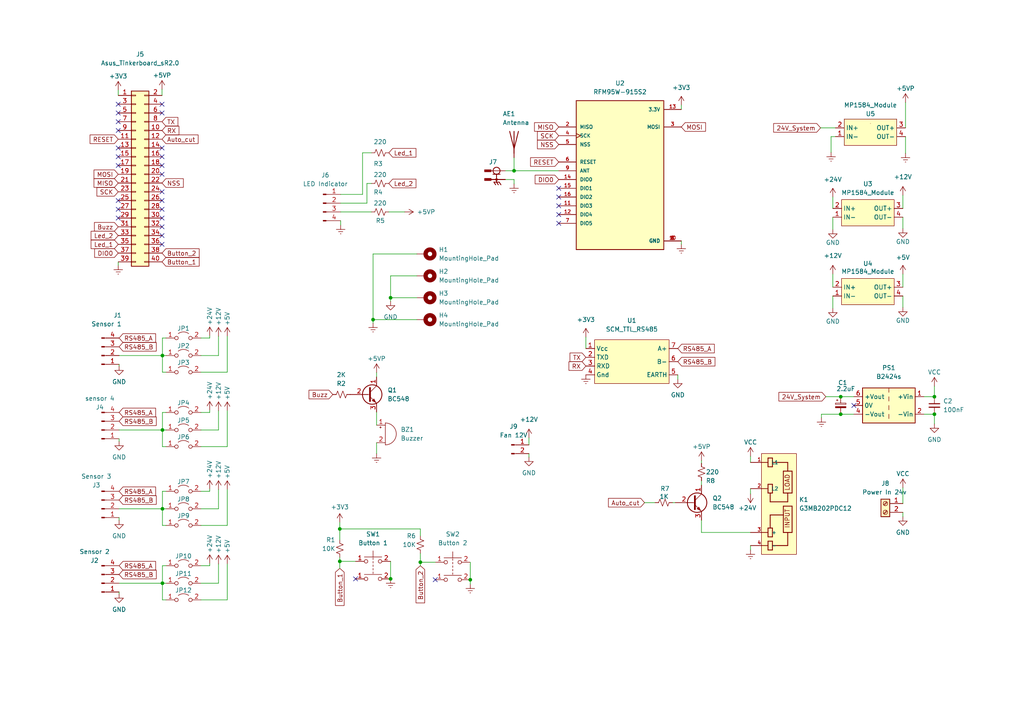
<source format=kicad_sch>
(kicad_sch (version 20211123) (generator eeschema)
  (paper "A4")
  (lib_symbols
    (symbol "CONMHF4-SMD-G-T:CONMHF4-SMD-G-T" (pin_numbers hide) (pin_names (offset 1.016) hide)
      (property "Reference" "J" (at -3.81 1.524 0))
      (property "Value" "CONMHF4-SMD-G-T" (at -4.064 -6.858 0))
      (symbol "CONMHF4-SMD-G-T_0_0"
        (pin passive line (at -2.54 0 0) (length 5.08) (name "~") (number "1"))
        (pin passive line (at -2.54 -2.54 0) (length 5.08) (name "~") (number "S1"))
        (pin passive line (at -2.54 -2.54 0) (length 5.08) (name "~") (number "S2"))
        (pin passive line (at -2.54 -2.54 0) (length 5.08) (name "~") (number "S3"))
      )
    )
    (symbol "Connector:Conn_01x02_Male" (pin_names (offset 1.016) hide)
      (property "Reference" "J" (at 0 2.54 0))
      (property "Value" "Conn_01x02_Male" (at 0 -5.08 0))
      (symbol "Conn_01x02_Male_1_1"
        (pin passive line (at 5.08 0 180) (length 3.81) (name "Pin_1") (number "1"))
        (pin passive line (at 5.08 -2.54 180) (length 3.81) (name "Pin_2") (number "2"))
      )
    )
    (symbol "Connector:Conn_01x04_Male" (pin_names (offset 1.016) hide)
      (property "Reference" "J" (at 0 5.08 0))
      (property "Value" "Conn_01x04_Male" (at 0 -7.62 0))
      (symbol "Conn_01x04_Male_1_1"
        (pin passive line (at 5.08 2.54 180) (length 3.81) (name "Pin_1") (number "1"))
        (pin passive line (at 5.08 0 180) (length 3.81) (name "Pin_2") (number "2"))
        (pin passive line (at 5.08 -2.54 180) (length 3.81) (name "Pin_3") (number "3"))
        (pin passive line (at 5.08 -5.08 180) (length 3.81) (name "Pin_4") (number "4"))
      )
    )
    (symbol "Connector:Screw_Terminal_01x02" (pin_names (offset 1.016) hide)
      (property "Reference" "J" (at 0 2.54 0))
      (property "Value" "Screw_Terminal_01x02" (at 0 -5.08 0))
      (symbol "Screw_Terminal_01x02_1_1"
        (pin passive line (at -5.08 0 0) (length 3.81) (name "Pin_1") (number "1"))
        (pin passive line (at -5.08 -2.54 0) (length 3.81) (name "Pin_2") (number "2"))
      )
    )
    (symbol "Connector_Generic:Conn_02x20_Odd_Even" (pin_names (offset 1.016) hide)
      (property "Reference" "J" (at 1.27 25.4 0))
      (property "Value" "Conn_02x20_Odd_Even" (at 1.27 -27.94 0))
      (symbol "Conn_02x20_Odd_Even_1_1"
        (pin passive line (at -5.08 22.86 0) (length 3.81) (name "Pin_1") (number "1"))
        (pin passive line (at 7.62 12.7 180) (length 3.81) (name "Pin_10") (number "10"))
        (pin passive line (at -5.08 10.16 0) (length 3.81) (name "Pin_11") (number "11"))
        (pin passive line (at 7.62 10.16 180) (length 3.81) (name "Pin_12") (number "12"))
        (pin passive line (at -5.08 7.62 0) (length 3.81) (name "Pin_13") (number "13"))
        (pin passive line (at 7.62 7.62 180) (length 3.81) (name "Pin_14") (number "14"))
        (pin passive line (at -5.08 5.08 0) (length 3.81) (name "Pin_15") (number "15"))
        (pin passive line (at 7.62 5.08 180) (length 3.81) (name "Pin_16") (number "16"))
        (pin passive line (at -5.08 2.54 0) (length 3.81) (name "Pin_17") (number "17"))
        (pin passive line (at 7.62 2.54 180) (length 3.81) (name "Pin_18") (number "18"))
        (pin passive line (at -5.08 0 0) (length 3.81) (name "Pin_19") (number "19"))
        (pin passive line (at 7.62 22.86 180) (length 3.81) (name "Pin_2") (number "2"))
        (pin passive line (at 7.62 0 180) (length 3.81) (name "Pin_20") (number "20"))
        (pin passive line (at -5.08 -2.54 0) (length 3.81) (name "Pin_21") (number "21"))
        (pin passive line (at 7.62 -2.54 180) (length 3.81) (name "Pin_22") (number "22"))
        (pin passive line (at -5.08 -5.08 0) (length 3.81) (name "Pin_23") (number "23"))
        (pin passive line (at 7.62 -5.08 180) (length 3.81) (name "Pin_24") (number "24"))
        (pin passive line (at -5.08 -7.62 0) (length 3.81) (name "Pin_25") (number "25"))
        (pin passive line (at 7.62 -7.62 180) (length 3.81) (name "Pin_26") (number "26"))
        (pin passive line (at -5.08 -10.16 0) (length 3.81) (name "Pin_27") (number "27"))
        (pin passive line (at 7.62 -10.16 180) (length 3.81) (name "Pin_28") (number "28"))
        (pin passive line (at -5.08 -12.7 0) (length 3.81) (name "Pin_29") (number "29"))
        (pin passive line (at -5.08 20.32 0) (length 3.81) (name "Pin_3") (number "3"))
        (pin passive line (at 7.62 -12.7 180) (length 3.81) (name "Pin_30") (number "30"))
        (pin passive line (at -5.08 -15.24 0) (length 3.81) (name "Pin_31") (number "31"))
        (pin passive line (at 7.62 -15.24 180) (length 3.81) (name "Pin_32") (number "32"))
        (pin passive line (at -5.08 -17.78 0) (length 3.81) (name "Pin_33") (number "33"))
        (pin passive line (at 7.62 -17.78 180) (length 3.81) (name "Pin_34") (number "34"))
        (pin passive line (at -5.08 -20.32 0) (length 3.81) (name "Pin_35") (number "35"))
        (pin passive line (at 7.62 -20.32 180) (length 3.81) (name "Pin_36") (number "36"))
        (pin passive line (at -5.08 -22.86 0) (length 3.81) (name "Pin_37") (number "37"))
        (pin passive line (at 7.62 -22.86 180) (length 3.81) (name "Pin_38") (number "38"))
        (pin passive line (at -5.08 -25.4 0) (length 3.81) (name "Pin_39") (number "39"))
        (pin passive line (at 7.62 20.32 180) (length 3.81) (name "Pin_4") (number "4"))
        (pin passive line (at 7.62 -25.4 180) (length 3.81) (name "Pin_40") (number "40"))
        (pin passive line (at -5.08 17.78 0) (length 3.81) (name "Pin_5") (number "5"))
        (pin passive line (at 7.62 17.78 180) (length 3.81) (name "Pin_6") (number "6"))
        (pin passive line (at -5.08 15.24 0) (length 3.81) (name "Pin_7") (number "7"))
        (pin passive line (at 7.62 15.24 180) (length 3.81) (name "Pin_8") (number "8"))
        (pin passive line (at -5.08 12.7 0) (length 3.81) (name "Pin_9") (number "9"))
      )
    )
    (symbol "Converter_DCDC:IH2424SH"
      (property "Reference" "PS" (at -7.62 6.35 0))
      (property "Value" "IH2424SH" (at 1.27 6.35 0))
      (symbol "IH2424SH_0_0"
        (pin power_in line (at -10.16 2.54 0) (length 2.54) (name "+Vin") (number "1"))
        (pin power_in line (at -10.16 -2.54 0) (length 2.54) (name "-Vin") (number "2"))
        (pin power_out line (at 10.16 -2.54 180) (length 2.54) (name "-Vout") (number "4"))
        (pin power_out line (at 10.16 0 180) (length 2.54) (name "0V") (number "5"))
        (pin power_out line (at 10.16 2.54 180) (length 2.54) (name "+Vout") (number "6"))
      )
    )
    (symbol "Device:Antenna" (pin_numbers hide) (pin_names (offset 1.016) hide)
      (property "Reference" "AE" (at -1.905 1.905 0))
      (property "Value" "Antenna" (at -1.905 0 0))
      (symbol "Antenna_1_1"
        (pin input line (at 0 -5.08 90) (length 2.54) (name "A") (number "1"))
      )
    )
    (symbol "Device:Buzzer" (pin_names (offset 0.0254) hide)
      (property "Reference" "BZ" (at 3.81 1.27 0))
      (property "Value" "Buzzer" (at 3.81 -1.27 0))
      (symbol "Buzzer_1_1"
        (pin passive line (at -2.54 2.54 0) (length 2.54) (name "-") (number "1"))
        (pin passive line (at -2.54 -2.54 0) (length 2.54) (name "+") (number "2"))
      )
    )
    (symbol "Device:C_Polarized_Small" (pin_numbers hide) (pin_names (offset 0.254) hide)
      (property "Reference" "C" (at 0.254 1.778 0))
      (property "Value" "C_Polarized_Small" (at 0.254 -2.032 0))
      (symbol "C_Polarized_Small_1_1"
        (pin passive line (at 0 2.54 270) (length 1.8542) (name "~") (number "1"))
        (pin passive line (at 0 -2.54 90) (length 1.8542) (name "~") (number "2"))
      )
    )
    (symbol "Device:C_Small" (pin_numbers hide) (pin_names (offset 0.254) hide)
      (property "Reference" "C" (at 0.254 1.778 0))
      (property "Value" "C_Small" (at 0.254 -2.032 0))
      (symbol "C_Small_1_1"
        (pin passive line (at 0 2.54 270) (length 2.032) (name "~") (number "1"))
        (pin passive line (at 0 -2.54 90) (length 2.032) (name "~") (number "2"))
      )
    )
    (symbol "Device:R_Small_US" (pin_numbers hide) (pin_names (offset 0.254) hide)
      (property "Reference" "R" (at 0.762 0.508 0))
      (property "Value" "R_Small_US" (at 0.762 -1.016 0))
      (symbol "R_Small_US_1_1"
        (pin passive line (at 0 2.54 270) (length 1.016) (name "~") (number "1"))
        (pin passive line (at 0 -2.54 90) (length 1.016) (name "~") (number "2"))
      )
    )
    (symbol "G3MB202PDC12:G3MB202PDC12" (pin_names (offset 1.016))
      (property "Reference" "K" (at -4.4704 5.715 0))
      (property "Value" "G3MB202PDC12" (at -4.4704 -7.0104 0))
      (symbol "G3MB202PDC12_0_0"
        (text "INPUT" (at -7.6708 -3.175 0) (effects (font (size 1.27 1.27)) (justify left bottom)))
        (text "LOAD" (at 3.175 -3.175 0) (effects (font (size 1.27 1.27)) (justify left bottom)))
        (pin power_in line (at 11.43 8.255 270) (length 5.08) (name "L1") (number "1"))
        (pin power_in line (at 3.81 8.255 270) (length 5.08) (name "L2") (number "2"))
        (pin power_in line (at -8.89 8.255 270) (length 5.08) (name "+") (number "3"))
        (pin power_in line (at -12.7 8.255 270) (length 5.08) (name "-") (number "4"))
      )
    )
    (symbol "Jumper:Jumper_2_Open" (pin_names (offset 0) hide)
      (property "Reference" "JP" (at 0 2.794 0))
      (property "Value" "Jumper_2_Open" (at 0 -2.286 0))
      (symbol "Jumper_2_Open_1_1"
        (pin passive line (at -5.08 0 0) (length 2.54) (name "A") (number "1"))
        (pin passive line (at 5.08 0 180) (length 2.54) (name "B") (number "2"))
      )
    )
    (symbol "MP1584_Module:MP1584_Module"
      (property "Reference" "U?" (at 0 8.636 0))
      (property "Value" "MP1584_Module" (at 0 6.096 0))
      (symbol "MP1584_Module_1_1"
        (pin power_in line (at -10.16 1.27 0) (length 2.54) (name "IN-") (number "1"))
        (pin power_in line (at -10.16 -1.27 0) (length 2.54) (name "IN+") (number "2"))
        (pin power_out line (at 10.16 -1.27 180) (length 2.54) (name "OUT+") (number "3"))
        (pin power_out line (at 10.16 1.27 180) (length 2.54) (name "OUT-") (number "4"))
      )
    )
    (symbol "MP1584_Module_1"
      (property "Reference" "U?" (at 0 8.636 0))
      (property "Value" "MP1584_Module" (at 0 6.096 0))
      (symbol "MP1584_Module_1_1_1"
        (pin power_in line (at -10.16 1.27 0) (length 2.54) (name "IN-") (number "1"))
        (pin power_in line (at -10.16 -1.27 0) (length 2.54) (name "IN+") (number "2"))
        (pin power_out line (at 10.16 -1.27 180) (length 2.54) (name "OUT+") (number "3"))
        (pin power_out line (at 10.16 1.27 180) (length 2.54) (name "OUT-") (number "4"))
      )
    )
    (symbol "MP1584_Module_2"
      (property "Reference" "U3" (at -0.254 5.08 0))
      (property "Value" "MP1584_Module" (at -0.254 7.62 0))
      (symbol "MP1584_Module_2_1_1"
        (pin power_in line (at -10.16 1.27 0) (length 2.54) (name "IN-") (number "1"))
        (pin power_in line (at -10.16 -1.27 0) (length 2.54) (name "IN+") (number "2"))
        (pin power_out line (at 10.16 -1.27 180) (length 2.54) (name "OUT+") (number "3"))
        (pin output line (at 10.16 1.27 180) (length 2.54) (name "OUT-") (number "4"))
      )
    )
    (symbol "Mechanical:MountingHole_Pad" (pin_numbers hide) (pin_names (offset 1.016) hide)
      (property "Reference" "H" (at 0 6.35 0))
      (property "Value" "MountingHole_Pad" (at 0 4.445 0))
      (symbol "MountingHole_Pad_1_1"
        (pin input line (at 0 -2.54 90) (length 2.54) (name "1") (number "1"))
      )
    )
    (symbol "RFM95W-915S2:RFM95W-915S2" (pin_names (offset 1.016))
      (property "Reference" "U" (at -12.7 22.86 0))
      (property "Value" "RFM95W-915S2" (at -12.7 -22.86 0))
      (symbol "RFM95W-915S2_0_0"
        (pin power_in line (at 17.78 -17.78 180) (length 5.08) (name "GND") (number "1"))
        (pin power_in line (at 17.78 -17.78 180) (length 5.08) (name "GND") (number "10"))
        (pin bidirectional line (at -17.78 -7.62 0) (length 5.08) (name "DIO3") (number "11"))
        (pin bidirectional line (at -17.78 -10.16 0) (length 5.08) (name "DIO4") (number "12"))
        (pin power_in line (at 17.78 20.32 180) (length 5.08) (name "3.3V") (number "13"))
        (pin bidirectional line (at -17.78 0 0) (length 5.08) (name "DIO0") (number "14"))
        (pin bidirectional line (at -17.78 -2.54 0) (length 5.08) (name "DIO1") (number "15"))
        (pin bidirectional line (at -17.78 -5.08 0) (length 5.08) (name "DIO2") (number "16"))
        (pin input line (at -17.78 15.24 0) (length 5.08) (name "MISO") (number "2"))
        (pin output line (at 17.78 15.24 180) (length 5.08) (name "MOSI") (number "3"))
        (pin input clock (at -17.78 12.7 0) (length 5.08) (name "SCK") (number "4"))
        (pin input line (at -17.78 10.16 0) (length 5.08) (name "NSS") (number "5"))
        (pin bidirectional line (at -17.78 5.08 0) (length 5.08) (name "RESET") (number "6"))
        (pin bidirectional line (at -17.78 -12.7 0) (length 5.08) (name "DIO5") (number "7"))
        (pin power_in line (at 17.78 -17.78 180) (length 5.08) (name "GND") (number "8"))
        (pin bidirectional line (at -17.78 2.54 0) (length 5.08) (name "ANT") (number "9"))
      )
    )
    (symbol "SCM_RS_485:SCM_TTL_RS485"
      (property "Reference" "U" (at 0 0 0))
      (property "Value" "SCM_TTL_RS485" (at 0 7.62 0))
      (symbol "SCM_TTL_RS485_1_1"
        (pin power_in line (at -12.7 3.81 0) (length 2.54) (name "Vcc") (number "1"))
        (pin bidirectional line (at -12.7 1.27 0) (length 2.54) (name "TXD") (number "2"))
        (pin bidirectional line (at -12.7 -1.27 0) (length 2.54) (name "RXD") (number "3"))
        (pin input line (at -12.7 -3.81 0) (length 2.54) (name "Gnd") (number "4"))
        (pin power_out line (at 13.97 -3.81 180) (length 2.54) (name "EARTH") (number "5"))
        (pin bidirectional line (at 13.97 0 180) (length 2.54) (name "B-") (number "6"))
        (pin bidirectional line (at 13.97 3.81 180) (length 2.54) (name "A+") (number "7"))
      )
    )
    (symbol "SW_Push_Dual_1" (pin_names (offset 1.016) hide)
      (property "Reference" "SW1" (at 0 7.62 0))
      (property "Value" "Button" (at 0 5.08 0))
      (symbol "SW_Push_Dual_1_0_1"
        (pin passive line (at -5.08 0 0) (length 2.54) (name "1") (number "1"))
        (pin passive line (at -5.08 -5.08 0) (length 2.54) (name "3") (number "1"))
        (pin passive line (at 5.08 0 180) (length 2.54) (name "2") (number "2"))
        (pin passive line (at 5.08 -5.08 180) (length 2.54) (name "4") (number "2"))
      )
    )
    (symbol "Switch:SW_Push_Dual" (pin_names (offset 1.016) hide)
      (property "Reference" "SW2" (at 0 7.62 0))
      (property "Value" "Button" (at 0 5.08 0))
      (symbol "SW_Push_Dual_0_1"
        (pin passive line (at -5.08 0 0) (length 2.54) (name "1") (number "1"))
        (pin passive line (at -5.08 -5.08 0) (length 2.54) (name "3") (number "1"))
        (pin passive line (at 5.08 0 180) (length 2.54) (name "2") (number "2"))
        (pin passive line (at 5.08 -5.08 180) (length 2.54) (name "4") (number "2"))
      )
    )
    (symbol "Transistor_BJT:BC548" (pin_names (offset 0) hide)
      (property "Reference" "Q" (at 5.08 1.905 0))
      (property "Value" "BC548" (at 5.08 0 0))
      (symbol "BC548_1_1"
        (pin passive line (at 2.54 5.08 270) (length 2.54) (name "C") (number "1"))
        (pin input line (at -5.08 0 0) (length 5.08) (name "B") (number "2"))
        (pin passive line (at 2.54 -5.08 90) (length 2.54) (name "E") (number "3"))
      )
    )
    (symbol "power:+12V" (power) (pin_names (offset 0))
      (property "Value" "+12V" (at 0 3.556 0))
      (symbol "+12V_1_1"
        (pin power_in line (at 0 0 90) (length 0) hide (name "+12V") (number "1"))
      )
    )
    (symbol "power:+24V" (power) (pin_names (offset 0))
      (property "Value" "+24V" (at 0 3.556 0))
      (symbol "+24V_1_1"
        (pin power_in line (at 0 0 90) (length 0) hide (name "+24V") (number "1"))
      )
    )
    (symbol "power:+3.3V" (power) (pin_names (offset 0))
      (property "Value" "+3.3V" (at 0 3.556 0))
      (symbol "+3.3V_1_1"
        (pin power_in line (at 0 0 90) (length 0) hide (name "+3V3") (number "1"))
      )
    )
    (symbol "power:+5V" (power) (pin_names (offset 0))
      (property "Value" "+5V" (at 0 3.556 0))
      (symbol "+5V_1_1"
        (pin power_in line (at 0 0 90) (length 0) hide (name "+5V") (number "1"))
      )
    )
    (symbol "power:+5VP" (power) (pin_names (offset 0))
      (property "Value" "+5VP" (at 0 3.556 0))
      (symbol "+5VP_1_1"
        (pin power_in line (at 0 0 90) (length 0) hide (name "+5VP") (number "1"))
      )
    )
    (symbol "power:Earth" (power) (pin_names (offset 0))
      (symbol "Earth_1_1"
        (pin power_in line (at 0 0 270) (length 0) hide (name "Earth") (number "1"))
      )
    )
    (symbol "power:GND" (power) (pin_names (offset 0))
      (property "Value" "GND" (at 0 -3.81 0))
      (symbol "GND_1_1"
        (pin power_in line (at 0 0 270) (length 0) hide (name "GND") (number "1"))
      )
    )
    (symbol "power:VCC" (power) (pin_names (offset 0))
      (property "Value" "VCC" (at 0 3.81 0))
      (symbol "VCC_1_1"
        (pin power_in line (at 0 0 90) (length 0) hide (name "VCC") (number "1"))
      )
    )
  )
  (junction (at 47.117 169.164))
  (junction (at 47.117 103.124))
  (junction (at 98.552 153.416))
  (junction (at 136.398 168.148))
  (junction (at 243.84 120.142))
  (junction (at 121.92 163.068))
  (junction (at 113.284 86.36))
  (junction (at 98.552 162.814))
  (junction (at 47.117 124.714))
  (junction (at 113.284 167.894))
  (junction (at 243.84 115.062))
  (junction (at 271.018 115.062))
  (junction (at 149.098 49.53))
  (junction (at 47.117 147.574))
  (junction (at 271.018 120.142))
  (junction (at 108.204 92.71))
  (no_connect (at 103.124 167.894))
  (no_connect (at 34.29 63.246))
  (no_connect (at 34.29 45.466))
  (no_connect (at 46.99 60.706))
  (no_connect (at 46.99 30.226))
  (no_connect (at 34.29 30.226))
  (no_connect (at 46.99 32.766))
  (no_connect (at 34.29 60.706))
  (no_connect (at 46.99 70.866))
  (no_connect (at 34.29 32.766))
  (no_connect (at 46.99 65.786))
  (no_connect (at 46.99 63.246))
  (no_connect (at 34.29 48.006))
  (no_connect (at 46.99 42.926))
  (no_connect (at 162.052 64.77))
  (no_connect (at 34.29 42.926))
  (no_connect (at 46.99 45.466))
  (no_connect (at 34.29 58.166))
  (no_connect (at 162.052 54.61))
  (no_connect (at 162.052 62.23))
  (no_connect (at 46.99 55.626))
  (no_connect (at 46.99 50.546))
  (no_connect (at 46.99 58.166))
  (no_connect (at 162.052 59.69))
  (no_connect (at 247.65 117.602))
  (no_connect (at 46.99 68.326))
  (no_connect (at 46.99 48.006))
  (no_connect (at 34.29 37.846))
  (no_connect (at 34.29 35.306))
  (no_connect (at 162.052 57.15))
  (no_connect (at 126.238 168.148))
  (wire (pts (xy 58.293 119.634) (xy 60.833 119.634)))
  (wire (pts (xy 48.133 164.084) (xy 47.117 164.084)))
  (wire (pts (xy 48.133 119.634) (xy 47.117 119.634)))
  (wire (pts (xy 47.117 169.164) (xy 48.133 169.164)))
  (wire (pts (xy 47.117 103.124) (xy 48.133 103.124)))
  (wire (pts (xy 98.552 151.511) (xy 98.552 153.416)))
  (wire (pts (xy 47.117 152.4) (xy 48.133 152.4)))
  (wire (pts (xy 60.833 97.409) (xy 60.833 98.044)))
  (wire (pts (xy 241.554 57.15) (xy 241.554 60.452)))
  (wire (pts (xy 203.454 150.876) (xy 203.454 154.432)))
  (wire (pts (xy 63.373 163.576) (xy 63.373 169.164)))
  (wire (pts (xy 65.913 107.95) (xy 58.293 107.95)))
  (wire (pts (xy 121.92 163.068) (xy 121.92 164.084)))
  (wire (pts (xy 108.204 92.71) (xy 120.904 92.71)))
  (wire (pts (xy 196.596 109.982) (xy 196.596 108.712)))
  (wire (pts (xy 65.913 119.126) (xy 65.913 129.54)))
  (wire (pts (xy 243.84 115.062) (xy 247.65 115.062)))
  (wire (pts (xy 47.117 124.714) (xy 48.133 124.714)))
  (wire (pts (xy 34.544 172.212) (xy 34.544 171.704)))
  (wire (pts (xy 153.416 132.588) (xy 153.416 131.572)))
  (wire (pts (xy 195.072 145.796) (xy 195.834 145.796)))
  (wire (pts (xy 47.117 107.95) (xy 48.133 107.95)))
  (wire (pts (xy 98.552 162.814) (xy 103.124 162.814)))
  (wire (pts (xy 113.284 80.01) (xy 113.284 86.36)))
  (wire (pts (xy 98.806 56.388) (xy 105.156 56.388)))
  (wire (pts (xy 267.97 120.142) (xy 271.018 120.142)))
  (wire (pts (xy 108.204 93.726) (xy 108.204 92.71)))
  (wire (pts (xy 121.92 160.528) (xy 121.92 163.068)))
  (wire (pts (xy 117.348 61.468) (xy 112.776 61.468)))
  (wire (pts (xy 203.454 139.446) (xy 203.454 140.716)))
  (wire (pts (xy 197.612 30.48) (xy 197.612 31.75)))
  (wire (pts (xy 106.426 53.213) (xy 107.696 53.213)))
  (wire (pts (xy 262.636 29.718) (xy 262.636 37.084)))
  (wire (pts (xy 48.133 142.494) (xy 47.117 142.494)))
  (wire (pts (xy 261.874 56.642) (xy 261.874 60.452)))
  (wire (pts (xy 149.098 49.53) (xy 162.052 49.53)))
  (wire (pts (xy 261.874 66.294) (xy 261.874 62.992)))
  (wire (pts (xy 203.454 133.604) (xy 203.454 134.366)))
  (wire (pts (xy 239.522 115.062) (xy 243.84 115.062)))
  (wire (pts (xy 186.944 145.796) (xy 189.992 145.796)))
  (wire (pts (xy 58.293 142.494) (xy 60.833 142.494)))
  (wire (pts (xy 60.833 118.999) (xy 60.833 119.634)))
  (wire (pts (xy 113.284 162.814) (xy 113.284 167.894)))
  (wire (pts (xy 34.29 26.162) (xy 34.29 27.686)))
  (wire (pts (xy 34.544 124.714) (xy 47.117 124.714)))
  (wire (pts (xy 34.544 103.124) (xy 47.117 103.124)))
  (wire (pts (xy 113.284 86.36) (xy 120.904 86.36)))
  (wire (pts (xy 98.806 58.928) (xy 106.426 58.928)))
  (wire (pts (xy 105.156 44.323) (xy 107.696 44.323)))
  (wire (pts (xy 241.046 39.624) (xy 241.046 44.196)))
  (wire (pts (xy 47.117 103.124) (xy 47.117 107.95)))
  (wire (pts (xy 63.373 147.574) (xy 58.293 147.574)))
  (wire (pts (xy 98.552 161.671) (xy 98.552 162.814)))
  (wire (pts (xy 63.373 97.536) (xy 63.373 103.124)))
  (wire (pts (xy 60.833 141.859) (xy 60.833 142.494)))
  (wire (pts (xy 113.284 87.376) (xy 113.284 86.36)))
  (wire (pts (xy 262.636 44.45) (xy 262.636 39.624)))
  (wire (pts (xy 121.92 153.416) (xy 121.92 155.448)))
  (wire (pts (xy 113.284 80.01) (xy 120.904 80.01)))
  (wire (pts (xy 169.926 97.79) (xy 169.926 101.092)))
  (wire (pts (xy 121.92 163.068) (xy 126.238 163.068)))
  (wire (pts (xy 34.29 76.962) (xy 34.29 75.946)))
  (wire (pts (xy 109.22 128.397) (xy 109.22 131.572)))
  (wire (pts (xy 63.373 119.126) (xy 63.373 124.714)))
  (wire (pts (xy 241.554 66.548) (xy 241.554 62.992)))
  (wire (pts (xy 58.293 164.084) (xy 60.833 164.084)))
  (wire (pts (xy 109.22 108.077) (xy 109.22 109.347)))
  (wire (pts (xy 47.117 173.99) (xy 48.133 173.99)))
  (wire (pts (xy 63.373 141.986) (xy 63.373 147.574)))
  (wire (pts (xy 47.117 147.574) (xy 48.133 147.574)))
  (wire (pts (xy 63.373 103.124) (xy 58.293 103.124)))
  (wire (pts (xy 108.204 92.71) (xy 108.204 73.66)))
  (wire (pts (xy 65.913 152.4) (xy 58.293 152.4)))
  (wire (pts (xy 149.098 52.07) (xy 146.558 52.07)))
  (wire (pts (xy 261.874 79.502) (xy 261.874 83.312)))
  (wire (pts (xy 267.97 115.062) (xy 271.018 115.062)))
  (wire (pts (xy 65.913 173.99) (xy 58.293 173.99)))
  (wire (pts (xy 238.252 121.158) (xy 238.252 120.142)))
  (wire (pts (xy 47.117 147.574) (xy 47.117 152.4)))
  (wire (pts (xy 34.544 147.574) (xy 47.117 147.574)))
  (wire (pts (xy 47.117 124.714) (xy 47.117 129.54)))
  (wire (pts (xy 242.316 39.624) (xy 241.046 39.624)))
  (wire (pts (xy 149.098 45.72) (xy 149.098 49.53)))
  (wire (pts (xy 261.874 89.154) (xy 261.874 85.852)))
  (wire (pts (xy 63.373 124.714) (xy 58.293 124.714)))
  (wire (pts (xy 136.398 169.418) (xy 136.398 168.148)))
  (wire (pts (xy 98.552 153.416) (xy 98.552 156.591)))
  (wire (pts (xy 98.806 65.278) (xy 98.806 64.008)))
  (wire (pts (xy 98.552 162.814) (xy 98.552 164.846)))
  (wire (pts (xy 47.117 98.044) (xy 47.117 103.124)))
  (wire (pts (xy 237.998 37.084) (xy 242.316 37.084)))
  (wire (pts (xy 34.544 169.164) (xy 47.117 169.164)))
  (wire (pts (xy 98.552 153.416) (xy 121.92 153.416)))
  (wire (pts (xy 60.833 163.449) (xy 60.833 164.084)))
  (wire (pts (xy 261.874 141.478) (xy 261.874 146.05)))
  (wire (pts (xy 47.117 119.634) (xy 47.117 124.714)))
  (wire (pts (xy 34.544 128.016) (xy 34.544 127.254)))
  (wire (pts (xy 217.678 132.334) (xy 217.678 134.112)))
  (wire (pts (xy 271.018 120.142) (xy 271.018 122.936)))
  (wire (pts (xy 47.117 129.54) (xy 48.133 129.54)))
  (wire (pts (xy 136.398 163.068) (xy 136.398 168.148)))
  (wire (pts (xy 47.117 164.084) (xy 47.117 169.164)))
  (wire (pts (xy 238.252 120.142) (xy 243.84 120.142)))
  (wire (pts (xy 65.913 163.576) (xy 65.913 173.99)))
  (wire (pts (xy 109.22 119.507) (xy 109.22 123.317)))
  (wire (pts (xy 106.426 58.928) (xy 106.426 53.213)))
  (wire (pts (xy 105.156 56.388) (xy 105.156 44.323)))
  (wire (pts (xy 34.544 150.876) (xy 34.544 150.114)))
  (wire (pts (xy 241.554 89.408) (xy 241.554 85.852)))
  (wire (pts (xy 98.806 61.468) (xy 107.696 61.468)))
  (wire (pts (xy 261.874 149.86) (xy 261.874 148.59)))
  (wire (pts (xy 217.678 159.512) (xy 217.678 158.242)))
  (wire (pts (xy 197.612 70.866) (xy 197.612 69.85)))
  (wire (pts (xy 146.558 49.53) (xy 149.098 49.53)))
  (wire (pts (xy 63.373 169.164) (xy 58.293 169.164)))
  (wire (pts (xy 149.098 53.34) (xy 149.098 52.07)))
  (wire (pts (xy 241.554 79.502) (xy 241.554 83.312)))
  (wire (pts (xy 65.913 141.986) (xy 65.913 152.4)))
  (wire (pts (xy 203.454 154.432) (xy 217.678 154.432)))
  (wire (pts (xy 46.99 25.908) (xy 46.99 27.686)))
  (wire (pts (xy 243.84 120.142) (xy 247.65 120.142)))
  (wire (pts (xy 65.913 97.536) (xy 65.913 107.95)))
  (wire (pts (xy 217.678 143.256) (xy 217.678 141.732)))
  (wire (pts (xy 47.117 169.164) (xy 47.117 173.99)))
  (wire (pts (xy 34.544 106.172) (xy 34.544 105.664)))
  (wire (pts (xy 65.913 129.54) (xy 58.293 129.54)))
  (wire (pts (xy 153.416 127) (xy 153.416 129.032)))
  (wire (pts (xy 271.018 112.014) (xy 271.018 115.062)))
  (wire (pts (xy 108.204 73.66) (xy 120.904 73.66)))
  (wire (pts (xy 48.133 98.044) (xy 47.117 98.044)))
  (wire (pts (xy 58.293 98.044) (xy 60.833 98.044)))
  (wire (pts (xy 47.117 142.494) (xy 47.117 147.574)))
  (global_label "Button_2" (shape input) (at 121.92 164.084 270) (property "Intersheet References" "${INTERSHEET_REFS}" (effects hide)))
  (global_label "RS485_B" (shape input) (at 34.544 166.624 0) (property "Intersheet References" "${INTERSHEET_REFS}" (effects hide)))
  (global_label "RS485_B" (shape input) (at 34.544 145.034 0) (property "Intersheet References" "${INTERSHEET_REFS}" (effects hide)))
  (global_label "DIO0" (shape input) (at 162.052 52.07 180) (property "Intersheet References" "${INTERSHEET_REFS}" (effects hide)))
  (global_label "Led_2" (shape input) (at 34.29 68.326 180) (property "Intersheet References" "${INTERSHEET_REFS}" (effects hide)))
  (global_label "Auto_cut" (shape input) (at 46.99 40.386 0) (property "Intersheet References" "${INTERSHEET_REFS}" (effects hide)))
  (global_label "RS485_B" (shape input) (at 34.544 100.584 0) (property "Intersheet References" "${INTERSHEET_REFS}" (effects hide)))
  (global_label "Buzz" (shape input) (at 34.29 65.786 180) (property "Intersheet References" "${INTERSHEET_REFS}" (effects hide)))
  (global_label "Led_1" (shape input) (at 34.29 70.866 180) (property "Intersheet References" "${INTERSHEET_REFS}" (effects hide)))
  (global_label "MOSI" (shape input) (at 197.612 36.83 0) (property "Intersheet References" "${INTERSHEET_REFS}" (effects hide)))
  (global_label "MOSI" (shape input) (at 34.29 50.546 180) (property "Intersheet References" "${INTERSHEET_REFS}" (effects hide)))
  (global_label "Led_1" (shape input) (at 112.776 44.323 0) (property "Intersheet References" "${INTERSHEET_REFS}" (effects hide)))
  (global_label "RS485_A" (shape input) (at 34.544 98.044 0) (property "Intersheet References" "${INTERSHEET_REFS}" (effects hide)))
  (global_label "Button_1" (shape input) (at 46.99 75.946 0) (property "Intersheet References" "${INTERSHEET_REFS}" (effects hide)))
  (global_label "NSS" (shape input) (at 162.052 41.91 180) (property "Intersheet References" "${INTERSHEET_REFS}" (effects hide)))
  (global_label "24V_System" (shape input) (at 239.522 115.062 180) (property "Intersheet References" "${INTERSHEET_REFS}" (effects hide)))
  (global_label "TX" (shape input) (at 169.926 103.632 180) (property "Intersheet References" "${INTERSHEET_REFS}" (effects hide)))
  (global_label "RS485_B" (shape input) (at 34.544 122.174 0) (property "Intersheet References" "${INTERSHEET_REFS}" (effects hide)))
  (global_label "RS485_A" (shape input) (at 34.544 119.634 0) (property "Intersheet References" "${INTERSHEET_REFS}" (effects hide)))
  (global_label "Led_2" (shape input) (at 112.776 53.213 0) (property "Intersheet References" "${INTERSHEET_REFS}" (effects hide)))
  (global_label "NSS" (shape input) (at 46.99 53.086 0) (property "Intersheet References" "${INTERSHEET_REFS}" (effects hide)))
  (global_label "24V_System" (shape input) (at 237.998 37.084 180) (property "Intersheet References" "${INTERSHEET_REFS}" (effects hide)))
  (global_label "DIO0" (shape input) (at 34.29 73.406 180) (property "Intersheet References" "${INTERSHEET_REFS}" (effects hide)))
  (global_label "MISO" (shape input) (at 162.052 36.83 180) (property "Intersheet References" "${INTERSHEET_REFS}" (effects hide)))
  (global_label "RX" (shape input) (at 169.926 106.172 180) (property "Intersheet References" "${INTERSHEET_REFS}" (effects hide)))
  (global_label "RS485_A" (shape input) (at 196.596 101.092 0) (property "Intersheet References" "${INTERSHEET_REFS}" (effects hide)))
  (global_label "RS485_B" (shape input) (at 196.596 104.902 0) (property "Intersheet References" "${INTERSHEET_REFS}" (effects hide)))
  (global_label "RX" (shape input) (at 46.99 37.846 0) (property "Intersheet References" "${INTERSHEET_REFS}" (effects hide)))
  (global_label "RS485_A" (shape input) (at 34.544 164.084 0) (property "Intersheet References" "${INTERSHEET_REFS}" (effects hide)))
  (global_label "Auto_cut" (shape input) (at 186.944 145.796 180) (property "Intersheet References" "${INTERSHEET_REFS}" (effects hide)))
  (global_label "MISO" (shape input) (at 34.29 53.086 180) (property "Intersheet References" "${INTERSHEET_REFS}" (effects hide)))
  (global_label "RESET" (shape input) (at 162.052 46.99 180) (property "Intersheet References" "${INTERSHEET_REFS}" (effects hide)))
  (global_label "Buzz" (shape input) (at 96.52 114.427 180) (property "Intersheet References" "${INTERSHEET_REFS}" (effects hide)))
  (global_label "Button_2" (shape input) (at 46.99 73.406 0) (property "Intersheet References" "${INTERSHEET_REFS}" (effects hide)))
  (global_label "SCK" (shape input) (at 34.29 55.626 180) (property "Intersheet References" "${INTERSHEET_REFS}" (effects hide)))
  (global_label "TX" (shape input) (at 46.99 35.306 0) (property "Intersheet References" "${INTERSHEET_REFS}" (effects hide)))
  (global_label "RESET" (shape input) (at 34.29 40.386 180) (property "Intersheet References" "${INTERSHEET_REFS}" (effects hide)))
  (global_label "RS485_A" (shape input) (at 34.544 142.494 0) (property "Intersheet References" "${INTERSHEET_REFS}" (effects hide)))
  (global_label "SCK" (shape input) (at 162.052 39.37 180) (property "Intersheet References" "${INTERSHEET_REFS}" (effects hide)))
  (global_label "Button_1" (shape input) (at 98.552 164.846 270) (property "Intersheet References" "${INTERSHEET_REFS}" (effects hide)))
  (symbol (lib_id "Jumper:Jumper_2_Open") (at 53.213 103.124 0) (unit 1)
    (property "Reference" "JP2" (at 53.213 100.33 0))
    (property "Value" "12V" (effects hide))
    (property "Footprint" "Connector_PinHeader_2.54mm:PinHeader_1x02_P2.54mm_Vertical" (effects hide))
  )
  (symbol (lib_id "Device:R_Small_US") (at 121.92 157.988 180) (unit 1)
    (property "Reference" "R6" (at 120.65 155.448 0) (effects (justify left)))
    (property "Value" "10K" (at 120.65 157.988 0) (effects (justify left)))
    (property "Footprint" "Resistor_THT:R_Axial_DIN0207_L6.3mm_D2.5mm_P10.16mm_Horizontal" (effects hide))
  )
  (symbol (lib_id "power:GND") (at 261.874 149.86 0) (unit 1)
    (property "Reference" "#PWR0105" (effects hide))
    (property "Value" "GND" (at 261.874 154.432 0))
  )
  (symbol (lib_id "power:Earth") (at 169.926 108.712 0) (unit 1)
    (property "Reference" "#PWR012" (effects hide))
    (property "Value" "Earth" (effects hide))
  )
  (symbol (lib_id "Connector:Conn_01x04_Male") (at 93.726 58.928 0) (unit 1)
    (property "Reference" "J6" (at 94.361 50.8 0))
    (property "Value" "LED Indicator" (at 94.361 53.34 0))
    (property "Footprint" "Connector_JST:JST_XH_B4B-XH-A_1x04_P2.50mm_Vertical" (effects hide))
  )
  (symbol (lib_id "Device:R_Small_US") (at 110.236 44.323 270) (unit 1)
    (property "Reference" "R3" (at 108.331 47.498 90) (effects (justify left)))
    (property "Value" "220" (at 108.331 41.148 90) (effects (justify left)))
    (property "Footprint" "Resistor_THT:R_Axial_DIN0207_L6.3mm_D2.5mm_P10.16mm_Horizontal" (effects hide))
  )
  (symbol (lib_id "Device:R_Small_US") (at 98.552 159.131 180) (unit 1)
    (property "Reference" "R1" (at 97.282 156.591 0) (effects (justify left)))
    (property "Value" "10K" (at 97.282 159.131 0) (effects (justify left)))
    (property "Footprint" "Resistor_THT:R_Axial_DIN0207_L6.3mm_D2.5mm_P10.16mm_Horizontal" (effects hide))
  )
  (symbol (lib_id "power:GND") (at 261.874 66.294 0) (unit 1)
    (property "Reference" "#PWR020" (effects hide))
    (property "Value" "GND" (at 261.874 70.104 0))
  )
  (symbol (lib_id "power:+5V") (at 65.913 141.986 0) (unit 1)
    (property "Reference" "#PWR0102" (effects hide))
    (property "Value" "+5V" (at 65.913 136.906 90))
  )
  (symbol (lib_id "power:+12V") (at 241.554 79.502 0) (unit 1)
    (property "Reference" "#PWR0135" (effects hide))
    (property "Value" "+12V" (at 241.554 74.168 0))
  )
  (symbol (lib_id "power:+5V") (at 261.874 79.502 0) (unit 1)
    (property "Reference" "#PWR0134" (effects hide))
    (property "Value" "+5V" (at 261.874 74.676 0))
  )
  (symbol (lib_id "Mechanical:MountingHole_Pad") (at 123.444 73.66 270) (unit 1)
    (property "Reference" "H1" (at 127.254 72.3899 90) (effects (justify left)))
    (property "Value" "MountingHole_Pad" (at 127.254 74.9299 90) (effects (justify left)))
    (property "Footprint" "MountingHole:MountingHole_3.2mm_M3_Pad_Via" (effects hide))
  )
  (symbol (lib_id "power:Earth") (at 108.204 93.726 0) (unit 1)
    (property "Reference" "#PWR0121" (effects hide))
    (property "Value" "Earth" (effects hide))
  )
  (symbol (lib_id "Device:C_Small") (at 271.018 117.602 0) (unit 1)
    (property "Reference" "C2" (at 273.558 116.3382 0) (effects (justify left)))
    (property "Value" "100nF" (at 273.558 118.8782 0) (effects (justify left)))
    (property "Footprint" "Capacitor_THT:C_Rect_L7.2mm_W3.5mm_P5.00mm_FKS2_FKP2_MKS2_MKP2" (effects hide))
  )
  (symbol (lib_id "Jumper:Jumper_2_Open") (at 53.213 107.95 0) (unit 1)
    (property "Reference" "JP3" (at 53.213 105.156 0))
    (property "Value" "5V" (effects hide))
    (property "Footprint" "Connector_PinHeader_2.54mm:PinHeader_1x02_P2.54mm_Vertical" (effects hide))
  )
  (symbol (lib_id "Jumper:Jumper_2_Open") (at 53.213 98.044 0) (unit 1)
    (property "Reference" "JP1" (at 53.213 95.25 0))
    (property "Value" "24V" (effects hide))
    (property "Footprint" "Connector_PinHeader_2.54mm:PinHeader_1x02_P2.54mm_Vertical" (effects hide))
  )
  (symbol (lib_id "Switch:SW_Push_Dual") (at 131.318 163.068 0) (unit 1)
    (property "Reference" "SW2" (at 131.318 154.94 0))
    (property "Value" "Button 2" (at 131.318 157.48 0))
    (property "Footprint" "Button_Switch_THT:SW_PUSH_6mm_H5mm" (effects hide))
  )
  (symbol (lib_id "Transistor_BJT:BC548") (at 200.914 145.796 0) (unit 1)
    (property "Reference" "Q2" (at 206.629 144.5259 0) (effects (justify left)))
    (property "Value" "BC548" (at 206.629 147.0659 0) (effects (justify left)))
    (property "Footprint" "Package_TO_SOT_THT:TO-92_Inline" (effects hide))
    (property "Datasheet" "https://www.onsemi.com/pub/Collateral/BC550-D.pdf" (effects hide))
  )
  (symbol (lib_id "power:+12V") (at 63.373 119.126 0) (unit 1)
    (property "Reference" "#PWR0110" (effects hide))
    (property "Value" "+12V" (at 63.373 113.411 90))
  )
  (symbol (lib_id "power:+5VP") (at 203.454 133.604 0) (unit 1)
    (property "Reference" "#PWR0132" (effects hide))
    (property "Value" "+5VP" (at 203.454 129.54 0))
  )
  (symbol (lib_id "power:GND") (at 241.554 66.548 0) (unit 1)
    (property "Reference" "#PWR015" (effects hide))
    (property "Value" "GND" (at 241.554 70.358 0))
  )
  (symbol (lib_id "power:+3.3V") (at 98.552 151.511 0) (unit 1)
    (property "Reference" "#PWR0120" (effects hide))
    (property "Value" "+3.3V" (at 98.552 147.066 0))
  )
  (symbol (lib_id "Converter_DCDC:IH2424SH") (at 257.81 117.602 0) (mirror y) (unit 1)
    (property "Reference" "PS1" (at 257.81 106.68 0))
    (property "Value" "B2424s" (at 257.81 109.22 0))
    (property "Footprint" "Converter_DCDC:Converter_DCDC_XP_POWER-IHxxxxSH_THT" (effects hide))
    (property "Datasheet" "https://www.xppower.com/pdfs/SF_IH.pdf" (effects hide))
  )
  (symbol (lib_id "power:Earth") (at 197.612 70.866 0) (unit 1)
    (property "Reference" "#PWR0146" (effects hide))
    (property "Value" "Earth" (effects hide))
  )
  (symbol (lib_id "Jumper:Jumper_2_Open") (at 53.213 152.4 0) (unit 1)
    (property "Reference" "JP9" (at 53.213 149.606 0))
    (property "Value" "5V" (effects hide))
    (property "Footprint" "Connector_PinHeader_2.54mm:PinHeader_1x02_P2.54mm_Vertical" (effects hide))
  )
  (symbol (lib_id "power:Earth") (at 217.678 159.512 0) (unit 1)
    (property "Reference" "#PWR0131" (effects hide))
    (property "Value" "Earth" (effects hide))
  )
  (symbol (lib_id "power:+24V") (at 60.833 163.449 0) (unit 1)
    (property "Reference" "#PWR0107" (effects hide))
    (property "Value" "+24V" (at 60.833 157.734 90))
  )
  (symbol (lib_id "Jumper:Jumper_2_Open") (at 53.213 169.164 0) (unit 1)
    (property "Reference" "JP11" (at 53.213 166.37 0))
    (property "Value" "12V" (effects hide))
    (property "Footprint" "Connector_PinHeader_2.54mm:PinHeader_1x02_P2.54mm_Vertical" (effects hide))
  )
  (symbol (lib_id "Mechanical:MountingHole_Pad") (at 123.444 80.01 270) (unit 1)
    (property "Reference" "H2" (at 127.254 78.7399 90) (effects (justify left)))
    (property "Value" "MountingHole_Pad" (at 127.254 81.2799 90) (effects (justify left)))
    (property "Footprint" "MountingHole:MountingHole_3.2mm_M3_Pad_Via" (effects hide))
  )
  (symbol (lib_id "power:+12V") (at 153.416 127 0) (unit 1)
    (property "Reference" "#PWR0114" (effects hide))
    (property "Value" "+12V" (at 153.416 121.666 0))
  )
  (symbol (lib_id "Connector:Conn_01x04_Male") (at 29.464 124.714 0) (mirror x) (unit 1)
    (property "Reference" "J4" (at 28.956 118.11 0))
    (property "Value" "sensor 4" (at 28.956 115.57 0))
    (property "Footprint" "Connector_JST:JST_XH_B4B-XH-A_1x04_P2.50mm_Vertical" (effects hide))
  )
  (symbol (lib_id "power:+5VP") (at 46.99 25.908 0) (unit 1)
    (property "Reference" "#PWR06" (effects hide))
    (property "Value" "+5VP" (at 46.99 21.844 0))
  )
  (symbol (lib_id "Connector_Generic:Conn_02x20_Odd_Even") (at 39.37 50.546 0) (unit 1)
    (property "Reference" "J5" (at 40.64 15.748 0))
    (property "Value" "Asus_Tinkerboard_sR2.0" (at 40.64 18.288 0))
    (property "Footprint" "Connector_PinHeader_2.54mm:PinHeader_2x20_P2.54mm_Vertical" (effects hide))
  )
  (symbol (lib_id "power:+5VP") (at 109.22 108.077 0) (unit 1)
    (property "Reference" "#PWR08" (effects hide))
    (property "Value" "+5VP" (at 109.22 104.013 0))
  )
  (symbol (lib_id "power:VCC") (at 271.018 112.014 0) (unit 1)
    (property "Reference" "#PWR0106" (effects hide))
    (property "Value" "VCC" (at 271.018 107.95 0))
  )
  (symbol (lib_id "power:+3.3V") (at 34.29 26.162 0) (unit 1)
    (property "Reference" "#PWR0113" (effects hide))
    (property "Value" "+3.3V" (at 34.29 22.098 0))
  )
  (symbol (lib_id "Device:R_Small_US") (at 192.532 145.796 270) (unit 1)
    (property "Reference" "R7" (at 191.516 141.732 90) (effects (justify left)))
    (property "Value" "1K" (at 191.262 144.018 90) (effects (justify left)))
    (property "Footprint" "Resistor_THT:R_Axial_DIN0207_L6.3mm_D2.5mm_P10.16mm_Horizontal" (effects hide))
  )
  (symbol (lib_id "power:+3.3V") (at 197.612 30.48 0) (unit 1)
    (property "Reference" "#PWR0145" (effects hide))
    (property "Value" "+3.3V" (at 197.612 25.4 0))
  )
  (symbol (lib_id "power:+24V") (at 60.833 97.409 0) (unit 1)
    (property "Reference" "#PWR0124" (effects hide))
    (property "Value" "+24V" (at 60.833 91.694 90))
  )
  (symbol (lib_id "power:GND") (at 261.874 89.154 0) (unit 1)
    (property "Reference" "#PWR021" (effects hide))
    (property "Value" "GND" (at 261.874 92.964 0))
  )
  (symbol (lib_id "power:VCC") (at 217.678 132.334 0) (unit 1)
    (property "Reference" "#PWR0129" (effects hide))
    (property "Value" "VCC" (at 217.678 128.27 0))
  )
  (symbol (lib_id "Connector:Conn_01x04_Male") (at 29.464 169.164 0) (mirror x) (unit 1)
    (property "Reference" "J2" (at 27.432 162.56 0))
    (property "Value" "Sensor 2" (at 27.432 160.02 0))
    (property "Footprint" "Connector_JST:JST_XH_B4B-XH-A_1x04_P2.50mm_Vertical" (effects hide))
  )
  (symbol (lib_id "G3MB202PDC12:G3MB202PDC12") (at 225.933 145.542 90) (unit 1)
    (property "Reference" "K1" (at 231.775 144.9069 90) (effects (justify right)))
    (property "Value" "G3MB202PDC12" (at 231.775 147.4469 90) (effects (justify right)))
    (property "Footprint" "Lib_Kicad:RELAY_G3MB202PDC12" (effects hide))
    (property "MANUFACTURER" "Omron" (effects hide))
    (property "STANDARD" "Manufacturer Recommendation" (effects hide))
    (property "PARTREV" "N/A" (effects hide))
  )
  (symbol (lib_id "power:+12V") (at 261.874 56.642 0) (unit 1)
    (property "Reference" "#PWR0141" (effects hide))
    (property "Value" "+12V" (at 261.874 51.308 0))
  )
  (symbol (lib_id "power:Earth") (at 34.29 76.962 0) (unit 1)
    (property "Reference" "#PWR01" (effects hide))
    (property "Value" "Earth" (effects hide))
  )
  (symbol (lib_id "power:Earth") (at 149.098 53.34 0) (unit 1)
    (property "Reference" "#PWR011" (effects hide))
    (property "Value" "Earth" (effects hide))
  )
  (symbol (lib_id "power:+24V") (at 217.678 143.256 180) (unit 1)
    (property "Reference" "#PWR0130" (effects hide))
    (property "Value" "+24V" (at 214.122 147.32 0) (effects (justify right)))
  )
  (symbol (lib_id "power:GND") (at 196.596 109.982 0) (unit 1)
    (property "Reference" "#PWR013" (effects hide))
    (property "Value" "GND" (at 196.596 114.554 0))
  )
  (symbol (lib_id "power:Earth") (at 98.806 65.278 0) (unit 1)
    (property "Reference" "#PWR07" (effects hide))
    (property "Value" "Earth" (effects hide))
  )
  (symbol (lib_id "power:+5V") (at 65.913 119.126 0) (unit 1)
    (property "Reference" "#PWR0109" (effects hide))
    (property "Value" "+5V" (at 65.913 114.046 90))
  )
  (symbol (lib_id "power:+3.3V") (at 169.926 97.79 0) (unit 1)
    (property "Reference" "#PWR0125" (effects hide))
    (property "Value" "+3.3V" (at 169.926 92.71 0))
  )
  (symbol (lib_id "Jumper:Jumper_2_Open") (at 53.213 173.99 0) (unit 1)
    (property "Reference" "JP12" (at 53.213 171.196 0))
    (property "Value" "5V" (effects hide))
    (property "Footprint" "Connector_PinHeader_2.54mm:PinHeader_1x02_P2.54mm_Vertical" (effects hide))
  )
  (symbol (lib_id "Connector:Conn_01x04_Male") (at 29.464 103.124 0) (mirror x) (unit 1)
    (property "Reference" "J1" (at 35.306 91.44 0) (effects (justify right)))
    (property "Value" "Sensor 1" (at 35.306 93.98 0) (effects (justify right)))
    (property "Footprint" "Connector_JST:JST_XH_B4B-XH-A_1x04_P2.50mm_Vertical" (effects hide))
  )
  (symbol (lib_id "Device:R_Small_US") (at 110.236 61.468 270) (unit 1)
    (property "Reference" "R5" (at 108.966 64.008 90) (effects (justify left)))
    (property "Value" "220" (at 108.331 58.928 90) (effects (justify left)))
    (property "Footprint" "Resistor_THT:R_Axial_DIN0207_L6.3mm_D2.5mm_P10.16mm_Horizontal" (effects hide))
  )
  (symbol (lib_id "Jumper:Jumper_2_Open") (at 53.213 164.084 0) (unit 1)
    (property "Reference" "JP10" (at 53.213 161.29 0))
    (property "Value" "24V" (effects hide))
    (property "Footprint" "Connector_PinHeader_2.54mm:PinHeader_1x02_P2.54mm_Vertical" (effects hide))
  )
  (symbol (lib_id "power:+5V") (at 65.913 97.536 0) (unit 1)
    (property "Reference" "#PWR0127" (effects hide))
    (property "Value" "+5V" (at 65.913 92.456 90))
  )
  (symbol (lib_id "Jumper:Jumper_2_Open") (at 53.213 119.634 0) (unit 1)
    (property "Reference" "JP4" (at 53.213 116.84 0))
    (property "Value" "24V" (effects hide))
    (property "Footprint" "Connector_PinHeader_2.54mm:PinHeader_1x02_P2.54mm_Vertical" (effects hide))
  )
  (symbol (lib_id "RFM95W-915S2:RFM95W-915S2") (at 179.832 52.07 0) (unit 1)
    (property "Reference" "U2" (at 179.832 24.13 0))
    (property "Value" "RFM95W-915S2" (at 179.832 26.67 0))
    (property "Footprint" "Lib_Kicad:XCVR_RFM95W-915S2" (effects hide))
    (property "MF" "RF Solutions" (effects hide))
    (property "PRICE" "None" (effects hide))
    (property "AVAILABILITY" "Unavailable" (effects hide))
    (property "PACKAGE" "SMD-16 RF Solutions" (effects hide))
    (property "STANDARD" "Manufacturer recommendations" (effects hide))
    (property "MP" "RFM95W-915S2" (effects hide))
    (property "DESCRIPTION" "RFM95W LoRA Transceiver Module 915MHz" (effects hide))
  )
  (symbol (lib_id "power:+5VP") (at 262.636 29.718 0) (unit 1)
    (property "Reference" "#PWR0144" (effects hide))
    (property "Value" "+5VP" (at 262.636 25.654 0))
  )
  (symbol (lib_id "power:Earth") (at 241.046 44.196 0) (unit 1)
    (property "Reference" "#PWR0140" (effects hide))
    (property "Value" "Earth" (effects hide))
  )
  (symbol (lib_id "power:Earth") (at 238.252 121.158 0) (unit 1)
    (property "Reference" "#PWR017" (effects hide))
    (property "Value" "Earth" (effects hide))
  )
  (symbol (lib_id "power:+5VP") (at 117.348 61.468 270) (unit 1)
    (property "Reference" "#PWR0115" (effects hide))
    (property "Value" "+5VP" (at 120.904 61.4679 90) (effects (justify left)))
  )
  (symbol (lib_id "power:+24V") (at 241.554 57.15 0) (unit 1)
    (property "Reference" "#PWR0111" (effects hide))
    (property "Value" "+24V" (at 241.554 52.07 0))
  )
  (symbol (lib_id "Transistor_BJT:BC548") (at 106.68 114.427 0) (unit 1)
    (property "Reference" "Q1" (at 112.395 113.1569 0) (effects (justify left)))
    (property "Value" "BC548" (at 112.395 115.6969 0) (effects (justify left)))
    (property "Footprint" "Package_TO_SOT_THT:TO-92_Inline" (effects hide))
    (property "Datasheet" "https://www.onsemi.com/pub/Collateral/BC550-D.pdf" (effects hide))
  )
  (symbol (lib_name "MP1584_Module_2") (lib_id "MP1584_Module:MP1584_Module") (at 251.714 61.722 0) (mirror x) (unit 1)
    (property "Reference" "U3" (at 251.714 53.34 0))
    (property "Value" "MP1584_Module" (at 251.714 55.88 0))
    (property "Footprint" "MP1584_module:mo" (effects hide))
  )
  (symbol (lib_name "SW_Push_Dual_1") (lib_id "Switch:SW_Push_Dual") (at 108.204 162.814 0) (unit 1)
    (property "Reference" "SW1" (at 108.204 154.94 0))
    (property "Value" "Button 1" (at 108.204 157.48 0))
    (property "Footprint" "Button_Switch_THT:SW_PUSH_6mm_H5mm" (effects hide))
  )
  (symbol (lib_id "Mechanical:MountingHole_Pad") (at 123.444 86.36 270) (unit 1)
    (property "Reference" "H3" (at 127.254 85.0899 90) (effects (justify left)))
    (property "Value" "MountingHole_Pad" (at 127.254 87.6299 90) (effects (justify left)))
    (property "Footprint" "MountingHole:MountingHole_3.2mm_M3_Pad_Via" (effects hide))
  )
  (symbol (lib_id "SCM_RS_485:SCM_TTL_RS485") (at 182.626 104.902 0) (unit 1)
    (property "Reference" "U1" (at 183.261 92.964 0))
    (property "Value" "SCM_TTL_RS485" (at 183.261 95.504 0))
    (property "Footprint" "SCM_RS485:SCM_TTL_RS485" (effects hide))
  )
  (symbol (lib_id "power:Earth") (at 262.636 44.45 0) (unit 1)
    (property "Reference" "#PWR0142" (effects hide))
    (property "Value" "Earth" (effects hide))
  )
  (symbol (lib_id "Jumper:Jumper_2_Open") (at 53.213 124.714 0) (unit 1)
    (property "Reference" "JP5" (at 53.213 121.92 0))
    (property "Value" "12V" (effects hide))
    (property "Footprint" "Connector_PinHeader_2.54mm:PinHeader_1x02_P2.54mm_Vertical" (effects hide))
  )
  (symbol (lib_id "power:GND") (at 241.554 89.408 0) (unit 1)
    (property "Reference" "#PWR019" (effects hide))
    (property "Value" "GND" (at 241.554 93.218 0))
  )
  (symbol (lib_id "Jumper:Jumper_2_Open") (at 53.213 129.54 0) (unit 1)
    (property "Reference" "JP6" (at 53.213 126.746 0))
    (property "Value" "5V" (effects hide))
    (property "Footprint" "Connector_PinHeader_2.54mm:PinHeader_1x02_P2.54mm_Vertical" (effects hide))
  )
  (symbol (lib_id "Device:Antenna") (at 149.098 40.64 0) (unit 1)
    (property "Reference" "AE1" (at 145.796 33.02 0) (effects (justify left)))
    (property "Value" "Antenna" (at 145.796 35.56 0) (effects (justify left)))
  )
  (symbol (lib_id "power:VCC") (at 261.874 141.478 0) (unit 1)
    (property "Reference" "#PWR0104" (effects hide))
    (property "Value" "VCC" (at 261.874 137.414 0))
  )
  (symbol (lib_id "power:GND") (at 113.284 87.376 0) (unit 1)
    (property "Reference" "#PWR0117" (effects hide))
    (property "Value" "GND" (at 113.284 91.948 0))
  )
  (symbol (lib_id "CONMHF4-SMD-G-T:CONMHF4-SMD-G-T") (at 144.018 49.53 0) (mirror y) (unit 1)
    (property "Reference" "J7" (at 143.002 46.99 0))
    (property "Value" "CONMHF4-SMD-G-T" (effects hide))
    (property "Footprint" "Lib_Kicad:LINX_CONMHF4-SMD-G-T" (effects hide))
    (property "MANUFACTURER" "Linx" (effects hide))
    (property "STANDARD" "Manufacturer Recommendations" (effects hide))
    (property "PARTREV" "A" (effects hide))
    (property "MAXIMUM_PACKAGE_HEIGHT" "0.6 mm" (effects hide))
  )
  (symbol (lib_id "power:+12V") (at 63.373 141.986 0) (unit 1)
    (property "Reference" "#PWR0101" (effects hide))
    (property "Value" "+12V" (at 63.373 136.271 90))
  )
  (symbol (lib_id "Device:C_Polarized_Small") (at 243.84 117.602 0) (unit 1)
    (property "Reference" "C1" (at 243.078 110.998 0) (effects (justify left)))
    (property "Value" "2.2uF" (at 242.57 112.776 0) (effects (justify left)))
    (property "Footprint" "Capacitor_THT:CP_Radial_D5.0mm_P2.50mm" (effects hide))
  )
  (symbol (lib_id "power:+5V") (at 65.913 163.576 0) (unit 1)
    (property "Reference" "#PWR0119" (effects hide))
    (property "Value" "+5V" (at 65.913 158.496 90))
  )
  (symbol (lib_id "power:Earth") (at 109.22 131.572 0) (unit 1)
    (property "Reference" "#PWR0116" (effects hide))
    (property "Value" "Earth" (effects hide))
  )
  (symbol (lib_id "power:+12V") (at 63.373 163.576 0) (unit 1)
    (property "Reference" "#PWR0118" (effects hide))
    (property "Value" "+12V" (at 63.373 157.861 90))
  )
  (symbol (lib_id "power:+24V") (at 60.833 141.859 0) (unit 1)
    (property "Reference" "#PWR0103" (effects hide))
    (property "Value" "+24V" (at 60.833 136.144 90))
  )
  (symbol (lib_id "power:Earth") (at 136.398 169.418 0) (unit 1)
    (property "Reference" "#PWR0112" (effects hide))
    (property "Value" "Earth" (effects hide))
  )
  (symbol (lib_name "MP1584_Module_1") (lib_id "MP1584_Module:MP1584_Module") (at 252.476 38.354 0) (mirror x) (unit 1)
    (property "Reference" "U5" (at 252.476 33.02 0))
    (property "Value" "MP1584_Module" (at 252.476 30.48 0))
    (property "Footprint" "MP1584_module:mo" (effects hide))
  )
  (symbol (lib_id "power:GND") (at 34.544 128.016 0) (unit 1)
    (property "Reference" "#PWR03" (effects hide))
    (property "Value" "GND" (at 34.544 132.588 0))
  )
  (symbol (lib_id "Jumper:Jumper_2_Open") (at 53.213 142.494 0) (unit 1)
    (property "Reference" "JP7" (at 53.213 139.7 0))
    (property "Value" "24V" (effects hide))
    (property "Footprint" "Connector_PinHeader_2.54mm:PinHeader_1x02_P2.54mm_Vertical" (effects hide))
  )
  (symbol (lib_id "Connector:Conn_01x02_Male") (at 148.336 129.032 0) (unit 1)
    (property "Reference" "J9" (at 148.971 123.698 0))
    (property "Value" "Fan 12V" (at 148.971 126.238 0))
    (property "Footprint" "Connector_JST:JST_XH_B2B-XH-A_1x02_P2.50mm_Vertical" (effects hide))
  )
  (symbol (lib_id "power:GND") (at 271.018 122.936 0) (unit 1)
    (property "Reference" "#PWR014" (effects hide))
    (property "Value" "GND" (at 271.018 127.508 0))
  )
  (symbol (lib_id "Device:R_Small_US") (at 203.454 136.906 0) (unit 1)
    (property "Reference" "R8" (at 204.724 139.446 0) (effects (justify left)))
    (property "Value" "220" (at 204.724 136.906 0) (effects (justify left)))
    (property "Footprint" "Resistor_THT:R_Axial_DIN0207_L6.3mm_D2.5mm_P10.16mm_Horizontal" (effects hide))
  )
  (symbol (lib_id "Connector:Conn_01x04_Male") (at 29.464 147.574 0) (mirror x) (unit 1)
    (property "Reference" "J3" (at 27.94 140.716 0))
    (property "Value" "Sensor 3" (at 27.94 138.176 0))
    (property "Footprint" "Connector_JST:JST_XH_B4B-XH-A_1x04_P2.50mm_Vertical" (effects hide))
  )
  (symbol (lib_id "power:+24V") (at 60.833 118.999 0) (unit 1)
    (property "Reference" "#PWR0108" (effects hide))
    (property "Value" "+24V" (at 60.833 113.284 90))
  )
  (symbol (lib_id "power:GND") (at 34.544 172.212 0) (unit 1)
    (property "Reference" "#PWR05" (effects hide))
    (property "Value" "GND" (at 34.544 176.784 0))
  )
  (symbol (lib_id "power:+12V") (at 63.373 97.536 0) (unit 1)
    (property "Reference" "#PWR0126" (effects hide))
    (property "Value" "+12V" (at 63.373 91.821 90))
  )
  (symbol (lib_id "Device:Buzzer") (at 111.76 125.857 0) (unit 1)
    (property "Reference" "BZ1" (at 116.205 124.5869 0) (effects (justify left)))
    (property "Value" "Buzzer" (at 116.205 127.1269 0) (effects (justify left)))
    (property "Footprint" "Buzzer_Beeper:Buzzer_12x9.5RM7.6" (effects hide))
  )
  (symbol (lib_id "Device:R_Small_US") (at 99.06 114.427 90) (unit 1)
    (property "Reference" "R2" (at 100.33 111.252 90) (effects (justify left)))
    (property "Value" "2K" (at 100.33 108.712 90) (effects (justify left)))
    (property "Footprint" "Resistor_THT:R_Axial_DIN0207_L6.3mm_D2.5mm_P10.16mm_Horizontal" (effects hide))
  )
  (symbol (lib_id "power:GND") (at 153.416 132.588 0) (unit 1)
    (property "Reference" "#PWR022" (effects hide))
    (property "Value" "GND" (at 153.416 137.16 0))
  )
  (symbol (lib_id "power:GND") (at 34.544 106.172 0) (unit 1)
    (property "Reference" "#PWR02" (effects hide))
    (property "Value" "GND" (at 34.544 110.744 0))
  )
  (symbol (lib_id "power:GND") (at 34.544 150.876 0) (unit 1)
    (property "Reference" "#PWR04" (effects hide))
    (property "Value" "GND" (at 34.544 155.448 0))
  )
  (symbol (lib_id "Jumper:Jumper_2_Open") (at 53.213 147.574 0) (unit 1)
    (property "Reference" "JP8" (at 53.213 144.78 0))
    (property "Value" "12V" (effects hide))
    (property "Footprint" "Connector_PinHeader_2.54mm:PinHeader_1x02_P2.54mm_Vertical" (effects hide))
  )
  (symbol (lib_id "power:Earth") (at 113.284 167.894 0) (unit 1)
    (property "Reference" "#PWR09" (effects hide))
    (property "Value" "Earth" (effects hide))
  )
  (symbol (lib_id "Mechanical:MountingHole_Pad") (at 123.444 92.71 270) (unit 1)
    (property "Reference" "H4" (at 127.254 91.4399 90) (effects (justify left)))
    (property "Value" "MountingHole_Pad" (at 127.254 93.9799 90) (effects (justify left)))
    (property "Footprint" "MountingHole:MountingHole_3.2mm_M3_Pad_Via" (effects hide))
  )
  (symbol (lib_id "Connector:Screw_Terminal_01x02") (at 256.794 146.05 0) (mirror y) (unit 1)
    (property "Reference" "J8" (at 256.794 140.208 0))
    (property "Value" "Power In 24v" (at 256.54 142.748 0))
    (property "Footprint" "TerminalBlock_Phoenix:TerminalBlock_Phoenix_MKDS-1,5-2-5.08_1x02_P5.08mm_Horizontal" (effects hide))
  )
  (symbol (lib_id "Device:R_Small_US") (at 110.236 53.213 270) (unit 1)
    (property "Reference" "R4" (at 108.331 55.753 90) (effects (justify left)))
    (property "Value" "220" (at 108.331 50.673 90) (effects (justify left)))
    (property "Footprint" "Resistor_THT:R_Axial_DIN0207_L6.3mm_D2.5mm_P10.16mm_Horizontal" (effects hide))
  )
  (symbol (lib_id "MP1584_Module:MP1584_Module") (at 251.714 84.582 0) (mirror x) (unit 1)
    (property "Reference" "U4" (at 251.714 76.454 0))
    (property "Value" "MP1584_Module" (at 251.714 78.74 0))
    (property "Footprint" "MP1584_module:mo" (effects hide))
  )
)
</source>
